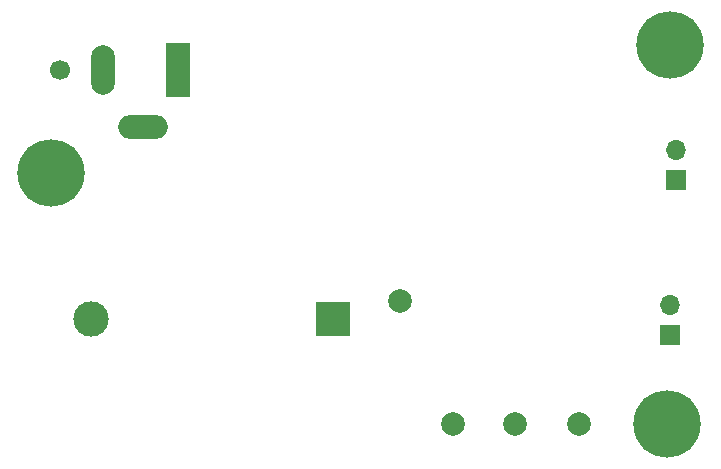
<source format=gbr>
%TF.GenerationSoftware,KiCad,Pcbnew,7.0.11-7.0.11~ubuntu22.04.1*%
%TF.CreationDate,2024-09-07T09:13:54-07:00*%
%TF.ProjectId,battery_pwr_brd_r3,62617474-6572-4795-9f70-77725f627264,rev?*%
%TF.SameCoordinates,Original*%
%TF.FileFunction,Soldermask,Bot*%
%TF.FilePolarity,Negative*%
%FSLAX46Y46*%
G04 Gerber Fmt 4.6, Leading zero omitted, Abs format (unit mm)*
G04 Created by KiCad (PCBNEW 7.0.11-7.0.11~ubuntu22.04.1) date 2024-09-07 09:13:54*
%MOMM*%
%LPD*%
G01*
G04 APERTURE LIST*
%ADD10C,2.000000*%
%ADD11C,1.700000*%
%ADD12R,2.000000X4.600000*%
%ADD13O,2.000000X4.200000*%
%ADD14O,4.200000X2.000000*%
%ADD15R,1.700000X1.700000*%
%ADD16O,1.700000X1.700000*%
%ADD17C,3.600000*%
%ADD18C,5.700000*%
%ADD19R,3.000000X3.000000*%
%ADD20C,3.000000*%
G04 APERTURE END LIST*
D10*
%TO.C,GND1*%
X106019600Y-110566200D03*
%TD*%
D11*
%TO.C,J1*%
X77189300Y-91083100D03*
D12*
X87189300Y-91083100D03*
D13*
X80889300Y-91083100D03*
D14*
X84289300Y-95883100D03*
%TD*%
D15*
%TO.C,J2*%
X129376500Y-100380800D03*
D16*
X129376500Y-97840800D03*
%TD*%
D10*
%TO.C,3V3*%
X115747800Y-121031000D03*
%TD*%
D17*
%TO.C,H3*%
X128649700Y-121029700D03*
D18*
X128649700Y-121029700D03*
%TD*%
D10*
%TO.C,GND2*%
X121158000Y-121031000D03*
%TD*%
D19*
%TO.C,BT1*%
X100362601Y-112141001D03*
D20*
X79872601Y-112141001D03*
%TD*%
D10*
%TO.C,5V1*%
X110490000Y-121031000D03*
%TD*%
D15*
%TO.C,J3*%
X128905000Y-113492200D03*
D16*
X128905000Y-110952200D03*
%TD*%
D17*
%TO.C,H1*%
X76454000Y-99796600D03*
D18*
X76454000Y-99796600D03*
%TD*%
D17*
%TO.C,H2*%
X128871700Y-88900000D03*
D18*
X128871700Y-88900000D03*
%TD*%
M02*

</source>
